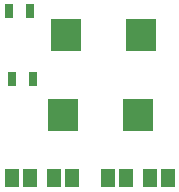
<source format=gbr>
G04 EAGLE Gerber RS-274X export*
G75*
%MOMM*%
%FSLAX34Y34*%
%LPD*%
%INSolderpaste Top*%
%IPPOS*%
%AMOC8*
5,1,8,0,0,1.08239X$1,22.5*%
G01*
%ADD10R,2.550000X2.700000*%
%ADD11R,0.800000X1.200000*%
%ADD12R,1.168400X1.600200*%


D10*
X253950Y177800D03*
X190550Y177800D03*
D11*
X165210Y208280D03*
X147210Y208280D03*
D10*
X193090Y245110D03*
X256490Y245110D03*
D11*
X162670Y265430D03*
X144670Y265430D03*
D12*
X147320Y124460D03*
X162560Y124460D03*
X264160Y124460D03*
X279400Y124460D03*
X228600Y124460D03*
X243840Y124460D03*
X182880Y124460D03*
X198120Y124460D03*
M02*

</source>
